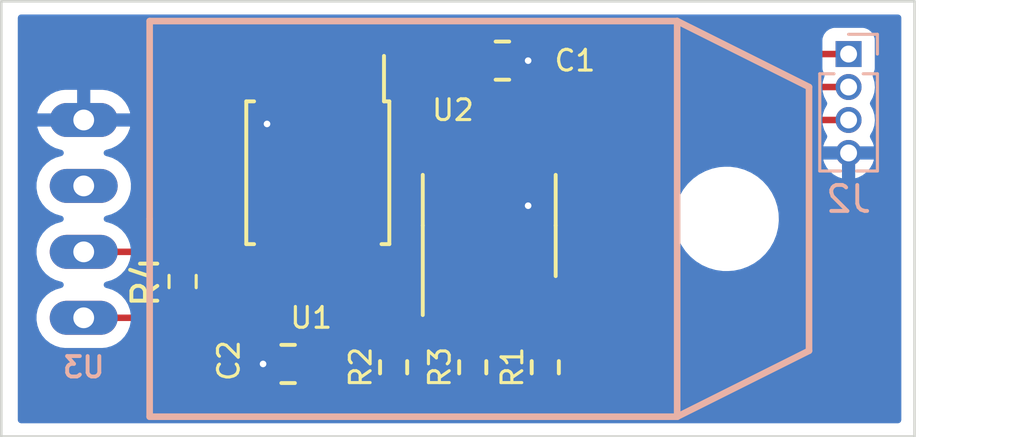
<source format=kicad_pcb>
(kicad_pcb (version 20211014) (generator pcbnew)
  (layers (0 "F.Cu" signal) (31 "B.Cu" signal) (34 "B.Paste" user) (35 "F.Paste" user) (36 "B.SilkS" user "B.Silkscreen") (37 "F.SilkS" user "F.Silkscreen") (38 "B.Mask" user) (39 "F.Mask" user) (44 "Edge.Cuts" user))
  (net 0 "")
  (net 1 "VCC")
  (net 2 "GND")
  (net 3 "Net-(R1-Pad2)")
  (net 4 "Net-(R2-Pad2)")
  (net 5 "Net-(R3-Pad2)")
  (net 7 "Net-(U1-Pad2)")
  (net 10 "/A")
  (net 11 "/B")
  (footprint "Capacitor_SMD:C_0805_2012Metric" (layer "F.Cu") (at 110.49 98.298 180)
    (fp_text reference "C2" (at 2.286 0.127 90 unlocked) (layer "F.SilkS") (effects (font (size 0.8 0.8) (thickness 0.12))))
    (fp_text value "0.1uF")
    (fp_line (start -0.261252 0.735) (end 0.261252 0.735) (layer "F.SilkS") (width 0.15))
    (fp_line (start -0.261252 -0.735) (end 0.261252 -0.735) (layer "F.SilkS") (width 0.15))
    (pad "1" smd roundrect locked (at -0.95 0 180) (size 1 1.45) (layers "F.Cu" "F.Paste" "F.Mask") (net 1 "VCC"))
    (pad "2" smd roundrect locked (at 0.95 0 180) (size 1 1.45) (layers "F.Cu" "F.Paste" "F.Mask") (net 2 "GND"))
  )
  (footprint "Package_SO:SOIC-8W_5.3x5.3mm_P1.27mm" (layer "F.Cu") (at 111.633 90.932 -90)
    (fp_text reference "U1" (at 5.588 0.254 unlocked) (layer "F.SilkS") (effects (font (size 0.8 0.8) (thickness 0.12))))
    (fp_text value "ATtiny85V-10S")
    (fp_line (start -2.75 -2.755) (end 2.75 -2.755) (layer "F.SilkS") (width 0.15))
    (fp_line (start 2.75 -2.755) (end 2.75 -2.455) (layer "F.SilkS") (width 0.15))
    (fp_line (start -2.75 2.755) (end -2.75 2.455) (layer "F.SilkS") (width 0.15))
    (fp_line (start -2.75 2.755) (end 2.75 2.755) (layer "F.SilkS") (width 0.15))
    (fp_line (start 2.75 2.755) (end 2.75 2.455) (layer "F.SilkS") (width 0.15))
    (fp_line (start -2.75 -2.55) (end -4.5 -2.55) (layer "F.SilkS") (width 0.15))
    (fp_line (start -2.75 -2.755) (end -2.75 -2.55) (layer "F.SilkS") (width 0.15))
    (pad "1" smd rect locked (at -3.65 -1.905 270) (size 1.7 0.65) (layers "F.Cu" "F.Paste" "F.Mask"))
    (pad "2" smd rect locked (at -3.65 -0.635 270) (size 1.7 0.65) (layers "F.Cu" "F.Paste" "F.Mask") (net 7 "Net-(U1-Pad2)"))
    (pad "3" smd rect locked (at -3.65 0.635 270) (size 1.7 0.65) (layers "F.Cu" "F.Paste" "F.Mask"))
    (pad "4" smd rect locked (at -3.65 1.905 270) (size 1.7 0.65) (layers "F.Cu" "F.Paste" "F.Mask") (net 2 "GND"))
    (pad "5" smd rect locked (at 3.65 1.905 270) (size 1.7 0.65) (layers "F.Cu" "F.Paste" "F.Mask") (net 3 "Net-(R1-Pad2)"))
    (pad "6" smd rect locked (at 3.65 0.635 270) (size 1.7 0.65) (layers "F.Cu" "F.Paste" "F.Mask") (net 5 "Net-(R3-Pad2)"))
    (pad "7" smd rect locked (at 3.65 -0.635 270) (size 1.7 0.65) (layers "F.Cu" "F.Paste" "F.Mask") (net 4 "Net-(R2-Pad2)"))
    (pad "8" smd rect locked (at 3.65 -1.905 270) (size 1.7 0.65) (layers "F.Cu" "F.Paste" "F.Mask") (net 1 "VCC"))
  )
  (footprint "Resistor_SMD:R_0603_1608Metric" (layer "F.Cu") (at 120.396 98.425 90)
    (fp_text reference "R1" (at 0 -1.27 90 unlocked) (layer "F.SilkS") (effects (font (size 0.8 0.8) (thickness 0.12))))
    (fp_text value "10K")
    (fp_line (start -0.237258 -0.5225) (end 0.237258 -0.5225) (layer "F.SilkS") (width 0.15))
    (fp_line (start -0.237258 0.5225) (end 0.237258 0.5225) (layer "F.SilkS") (width 0.15))
    (pad "1" smd roundrect locked (at -0.825 0 90) (size 0.8 0.95) (layers "F.Cu" "F.Paste" "F.Mask") (net 1 "VCC"))
    (pad "2" smd roundrect locked (at 0.825 0 90) (size 0.8 0.95) (layers "F.Cu" "F.Paste" "F.Mask") (net 3 "Net-(R1-Pad2)"))
  )
  (footprint "Capacitor_SMD:C_0805_2012Metric" (layer "F.Cu") (at 118.745 86.614)
    (fp_text reference "C1" (at 2.794 0 unlocked) (layer "F.SilkS") (effects (font (size 0.8 0.8) (thickness 0.12))))
    (fp_text value "0.1uF")
    (fp_line (start -0.261252 0.735) (end 0.261252 0.735) (layer "F.SilkS") (width 0.15))
    (fp_line (start -0.261252 -0.735) (end 0.261252 -0.735) (layer "F.SilkS") (width 0.15))
    (pad "1" smd roundrect locked (at -0.95 0) (size 1 1.45) (layers "F.Cu" "F.Paste" "F.Mask") (net 1 "VCC"))
    (pad "2" smd roundrect locked (at 0.95 0) (size 1 1.45) (layers "F.Cu" "F.Paste" "F.Mask") (net 2 "GND"))
  )
  (footprint "Package_SO:SOIC-8_3.9x4.9mm_P1.27mm" (layer "F.Cu") (at 118.237 92.964 90)
    (fp_text reference "U2" (at 4.445 -1.397 unlocked) (layer "F.SilkS") (effects (font (size 0.8 0.8) (thickness 0.12))))
    (fp_text value "MAX485E")
    (fp_line (start 0 2.56) (end 1.95 2.56) (layer "F.SilkS") (width 0.15))
    (fp_line (start 0 -2.56) (end -3.45 -2.56) (layer "F.SilkS") (width 0.15))
    (fp_line (start 0 -2.56) (end 1.95 -2.56) (layer "F.SilkS") (width 0.15))
    (fp_line (start 0 2.56) (end -1.95 2.56) (layer "F.SilkS") (width 0.15))
    (pad "1" smd roundrect locked (at -2.475 -1.905 90) (size 1.95 0.6) (layers "F.Cu" "F.Paste" "F.Mask") (net 4 "Net-(R2-Pad2)"))
    (pad "2" smd roundrect locked (at -2.475 -0.635 90) (size 1.95 0.6) (layers "F.Cu" "F.Paste" "F.Mask") (net 5 "Net-(R3-Pad2)"))
    (pad "3" smd roundrect locked (at -2.475 0.635 90) (size 1.95 0.6) (layers "F.Cu" "F.Paste" "F.Mask") (net 5 "Net-(R3-Pad2)"))
    (pad "4" smd roundrect locked (at -2.475 1.905 90) (size 1.95 0.6) (layers "F.Cu" "F.Paste" "F.Mask") (net 3 "Net-(R1-Pad2)"))
    (pad "5" smd roundrect locked (at 2.475 1.905 90) (size 1.95 0.6) (layers "F.Cu" "F.Paste" "F.Mask") (net 2 "GND"))
    (pad "6" smd roundrect locked (at 2.475 0.635 90) (size 1.95 0.6) (layers "F.Cu" "F.Paste" "F.Mask") (net 10 "/A"))
    (pad "7" smd roundrect locked (at 2.475 -0.635 90) (size 1.95 0.6) (layers "F.Cu" "F.Paste" "F.Mask") (net 11 "/B"))
    (pad "8" smd roundrect locked (at 2.475 -1.905 90) (size 1.95 0.6) (layers "F.Cu" "F.Paste" "F.Mask") (net 1 "VCC"))
  )
  (footprint "Resistor_SMD:R_0603_1608Metric" (layer "F.Cu") (at 114.554 98.425 90)
    (fp_text reference "R2" (at 0 -1.27 90 unlocked) (layer "F.SilkS") (effects (font (size 0.8 0.8) (thickness 0.12))))
    (fp_text value "10K")
    (fp_line (start -0.237258 -0.5225) (end 0.237258 -0.5225) (layer "F.SilkS") (width 0.15))
    (fp_line (start -0.237258 0.5225) (end 0.237258 0.5225) (layer "F.SilkS") (width 0.15))
    (pad "1" smd roundrect locked (at -0.825 0 90) (size 0.8 0.95) (layers "F.Cu" "F.Paste" "F.Mask") (net 1 "VCC"))
    (pad "2" smd roundrect locked (at 0.825 0 90) (size 0.8 0.95) (layers "F.Cu" "F.Paste" "F.Mask") (net 4 "Net-(R2-Pad2)"))
  )
  (footprint "Resistor_SMD:R_0603_1608Metric" (layer "F.Cu") (at 117.602 98.425 90)
    (fp_text reference "R3" (at 0 -1.27 90 unlocked) (layer "F.SilkS") (effects (font (size 0.8 0.8) (thickness 0.12))))
    (fp_text value "10K")
    (fp_line (start -0.237258 -0.5225) (end 0.237258 -0.5225) (layer "F.SilkS") (width 0.15))
    (fp_line (start -0.237258 0.5225) (end 0.237258 0.5225) (layer "F.SilkS") (width 0.15))
    (pad "1" smd roundrect locked (at -0.825 0 90) (size 0.8 0.95) (layers "F.Cu" "F.Paste" "F.Mask") (net 1 "VCC"))
    (pad "2" smd roundrect locked (at 0.825 0 90) (size 0.8 0.95) (layers "F.Cu" "F.Paste" "F.Mask") (net 5 "Net-(R3-Pad2)"))
  )
  (footprint "Resistor_SMD:R_0603_1608Metric" (layer "F.Cu") (at 106.426 95.123 90)
    (fp_text reference "R4" (at 0 -1.43 90) (layer "F.SilkS"))
    (fp_text value "10K")
    (fp_line (start -0.237258 -0.5225) (end 0.237258 -0.5225) (layer "F.SilkS") (width 0.12))
    (fp_line (start -0.237258 0.5225) (end 0.237258 0.5225) (layer "F.SilkS") (width 0.12))
    (pad "1" smd roundrect locked (at -0.825 0 90) (size 0.8 0.95) (layers "F.Cu" "F.Paste" "F.Mask") (net 1 "VCC"))
    (pad "2" smd roundrect locked (at 0.825 0 90) (size 0.8 0.95) (layers "F.Cu" "F.Paste" "F.Mask") (net 7 "Net-(U1-Pad2)"))
  )
  (footprint "Connector_PinHeader_1.27mm:PinHeader_1x04_P1.27mm_Vertical" (layer "B.Cu") (at 132.08 86.36 180)
    (fp_text reference "J2" (at 0 -5.588) (layer "B.SilkS") (effects (justify mirror)))
    (fp_text value "Conn_01x04_Male")
    (fp_line (start 0.30753 -4.505) (end 1.11 -4.505) (layer "B.SilkS") (width 0.12))
    (fp_line (start -1.11 -0.76) (end -0.563471 -0.76) (layer "B.SilkS") (width 0.12))
    (fp_line (start -1.11 -0.76) (end -1.11 -4.505) (layer "B.SilkS") (width 0.12))
    (fp_line (start -1.11 -4.505) (end -0.30753 -4.505) (layer "B.SilkS") (width 0.12))
    (fp_line (start -1.11 0.76) (end 0 0.76) (layer "B.SilkS") (width 0.12))
    (fp_line (start 1.11 -0.76) (end 1.11 -4.505) (layer "B.SilkS") (width 0.12))
    (fp_line (start 0.563471 -0.76) (end 1.11 -0.76) (layer "B.SilkS") (width 0.12))
    (fp_line (start -1.11 0) (end -1.11 0.76) (layer "B.SilkS") (width 0.12))
    (pad "1" thru_hole rect locked (at 0 0 180) (size 1 1) (drill 0.65) (layers *.Cu *.Mask) (net 1 "VCC"))
    (pad "2" thru_hole oval locked (at 0 -1.27 180) (size 1 1) (drill 0.65) (layers *.Cu *.Mask) (net 11 "/B"))
    (pad "3" thru_hole oval locked (at 0 -2.54 180) (size 1 1) (drill 0.65) (layers *.Cu *.Mask) (net 10 "/A"))
    (pad "4" thru_hole oval locked (at 0 -3.81 180) (size 1 1) (drill 0.65) (layers *.Cu *.Mask) (net 2 "GND"))
  )
  (footprint "DHT22:DHT22" (layer "B.Cu") (at 102.616 92.71 90)
    (fp_text reference "U3" (at -5.715 0) (layer "B.SilkS") (effects (font (size 0.787402 0.787402)) (justify mirror)))
    (fp_text value "DHT22")
    (fp_line (start -5.08 27.94) (end 5.08 27.94) (layer "B.SilkS") (width 0.254))
    (fp_line (start -7.62 2.54) (end -7.62 22.86) (layer "B.SilkS") (width 0.254))
    (fp_line (start 5.08 27.94) (end 7.62 22.86) (layer "B.SilkS") (width 0.254))
    (fp_line (start -7.62 22.86) (end -5.08 27.94) (layer "B.SilkS") (width 0.254))
    (fp_line (start 0 2.54) (end -7.62 2.54) (layer "B.SilkS") (width 0.254))
    (fp_line (start -7.62 22.86) (end 7.62 22.86) (layer "B.SilkS") (width 0.254))
    (fp_line (start 7.62 2.54) (end 7.62 22.86) (layer "B.SilkS") (width 0.254))
    (fp_line (start 7.62 2.54) (end 0 2.54) (layer "B.SilkS") (width 0.254))
    (pad "" np_thru_hole circle locked (at 0 24.765 90) (size 3 3) (drill 3) (layers *.Cu *.Mask))
    (pad "DATA" thru_hole oval locked (at -1.27 0 90) (size 1.308 2.616) (drill 0.8) (layers *.Cu *.Mask) (net 7 "Net-(U1-Pad2)"))
    (pad "GND" thru_hole oval locked (at 3.81 0 90) (size 1.308 2.616) (drill 0.8) (layers *.Cu *.Mask) (net 2 "GND"))
    (pad "NC" thru_hole oval locked (at 1.27 0 90) (size 1.308 2.616) (drill 0.8) (layers *.Cu *.Mask))
    (pad "VDD" thru_hole oval locked (at -3.81 0 90) (size 1.308 2.616) (drill 0.8) (layers *.Cu *.Mask) (net 1 "VCC"))
  )
  (gr_rect (start 99.441 84.328) (end 134.62 101.092) (layer "Edge.Cuts") (width 0.1) (fill none))
  (gr_text "v0.1.0" (at 132.334 96.647 90) (layer "F.Cu") (effects (font (size 1.5 1.5) (thickness 0.3))))
  (segment (start 106.426 95.948) (end 106.616 95.758) (width 0.25) (layer "F.Cu") (net 1))
  (segment (start 105.854 96.52) (end 106.426 95.948) (width 0.25) (layer "F.Cu") (net 1))
  (segment (start 114.762071 92.058929) (end 110.427049 92.058929) (width 0.25) (layer "F.Cu") (net 1))
  (segment (start 110.427049 92.058929) (end 108.966 93.519978) (width 0.25) (layer "F.Cu") (net 1))
  (segment (start 109.601 96.393) (end 110.49 96.393) (width 0.25) (layer "F.Cu") (net 1))
  (segment (start 117.795 86.614) (end 116.332 88.077) (width 0.25) (layer "F.Cu") (net 1))
  (segment (start 112.392 99.25) (end 111.44 98.298) (width 0.25) (layer "F.Cu") (net 1))
  (segment (start 114.554 99.25) (end 117.602 99.25) (width 0.25) (layer "F.Cu") (net 1))
  (segment (start 108.966 95.758) (end 109.601 96.393) (width 0.25) (layer "F.Cu") (net 1))
  (segment (start 132.08 86.36) (end 130.994763 86.36) (width 0.25) (layer "F.Cu") (net 1))
  (segment (start 113.538 94.582) (end 113.538 95.107) (width 0.25) (layer "F.Cu") (net 1))
  (segment (start 114.554 99.25) (end 112.392 99.25) (width 0.25) (layer "F.Cu") (net 1))
  (segment (start 111.44 97.343) (end 111.44 98.298) (width 0.25) (layer "F.Cu") (net 1))
  (segment (start 116.332 90.489) (end 114.762071 92.058929) (width 0.25) (layer "F.Cu") (net 1))
  (segment (start 129.353802 88.00096) (end 119.18196 88.00096) (width 0.25) (layer "F.Cu") (net 1))
  (segment (start 108.966 93.519978) (end 108.966 95.758) (width 0.25) (layer "F.Cu") (net 1))
  (segment (start 120.396 99.25) (end 117.602 99.25) (width 0.25) (layer "F.Cu") (net 1))
  (segment (start 105.854 96.52) (end 102.616 96.52) (width 0.25) (layer "F.Cu") (net 1))
  (segment (start 130.994763 86.36) (end 129.353802 88.00096) (width 0.25) (layer "F.Cu") (net 1))
  (segment (start 119.18196 88.00096) (end 117.795 86.614) (width 0.25) (layer "F.Cu") (net 1))
  (segment (start 106.616 95.758) (end 108.966 95.758) (width 0.25) (layer "F.Cu") (net 1))
  (segment (start 116.332 88.077) (end 116.332 90.489) (width 0.25) (layer "F.Cu") (net 1))
  (segment (start 110.49 96.393) (end 111.44 97.343) (width 0.25) (layer "F.Cu") (net 1))
  (segment (start 113.538 95.136022) (end 113.538 94.582) (width 0.25) (layer "F.Cu") (net 1))
  (segment (start 109.728 89.0016) (end 109.6772 89.0524) (width 0.25) (layer "F.Cu") (net 2))
  (segment (start 120.142 91.7956) (end 119.7356 92.202) (width 0.25) (layer "F.Cu") (net 2))
  (segment (start 120.142 90.489) (end 120.142 91.7956) (width 0.25) (layer "F.Cu") (net 2))
  (segment (start 109.728 87.282) (end 109.728 89.0016) (width 0.25) (layer "F.Cu") (net 2))
  (via (at 119.7356 86.614) (size 0.508) (drill 0.254) (layers "F.Cu" "B.Cu") (net 2))
  (via (at 109.6772 89.0524) (size 0.508) (drill 0.254) (layers "F.Cu" "B.Cu") (net 2))
  (via (at 119.7356 92.202) (size 0.508) (drill 0.254) (layers "F.Cu" "B.Cu") (net 2))
  (via (at 109.5248 98.298) (size 0.508) (drill 0.254) (layers "F.Cu" "B.Cu") (net 2))
  (segment (start 117.587521 92.508449) (end 120.142 95.062928) (width 0.25) (layer "F.Cu") (net 3))
  (segment (start 109.728 94.057) (end 111.276551 92.508449) (width 0.25) (layer "F.Cu") (net 3))
  (segment (start 120.142 97.346) (end 120.396 97.6) (width 0.25) (layer "F.Cu") (net 3))
  (segment (start 120.142 95.062928) (end 120.142 95.439) (width 0.25) (layer "F.Cu") (net 3))
  (segment (start 120.142 95.439) (end 120.142 97.346) (width 0.25) (layer "F.Cu") (net 3))
  (segment (start 109.728 94.582) (end 109.728 94.057) (width 0.25) (layer "F.Cu") (net 3))
  (segment (start 111.276551 92.508449) (end 117.587521 92.508449) (width 0.25) (layer "F.Cu") (net 3))
  (segment (start 116.332 95.822) (end 114.554 97.6) (width 0.25) (layer "F.Cu") (net 4))
  (segment (start 112.268 94.057) (end 112.917511 93.407489) (width 0.25) (layer "F.Cu") (net 4))
  (segment (start 112.917511 93.407489) (end 114.300489 93.407489) (width 0.25) (layer "F.Cu") (net 4))
  (segment (start 114.300489 93.407489) (end 116.332 95.439) (width 0.25) (layer "F.Cu") (net 4))
  (segment (start 112.268 94.582) (end 112.268 94.057) (width 0.25) (layer "F.Cu") (net 4))
  (segment (start 116.332 95.439) (end 116.332 95.822) (width 0.25) (layer "F.Cu") (net 4))
  (segment (start 110.998 94.582) (end 110.998 94.057) (width 0.25) (layer "F.Cu") (net 5))
  (segment (start 112.097031 92.957969) (end 115.563969 92.957969) (width 0.25) (layer "F.Cu") (net 5))
  (segment (start 110.998 94.057) (end 112.097031 92.957969) (width 0.25) (layer "F.Cu") (net 5))
  (segment (start 118.872 95.439) (end 117.602 95.439) (width 0.25) (layer "F.Cu") (net 5))
  (segment (start 117.602 94.996) (end 117.602 95.439) (width 0.25) (layer "F.Cu") (net 5))
  (segment (start 117.602 95.439) (end 117.602 97.6) (width 0.25) (layer "F.Cu") (net 5))
  (segment (start 115.563969 92.957969) (end 117.602 94.996) (width 0.25) (layer "F.Cu") (net 5))
  (segment (start 112.268 88.456) (end 106.426 94.298) (width 0.25) (layer "F.Cu") (net 7))
  (segment (start 106.108 93.98) (end 102.616 93.98) (width 0.25) (layer "F.Cu") (net 7))
  (segment (start 112.268 87.282) (end 112.268 88.456) (width 0.25) (layer "F.Cu") (net 7))
  (segment (start 106.426 94.298) (end 106.108 93.98) (width 0.25) (layer "F.Cu") (net 7))
  (segment (start 120.084928 88.9) (end 132.08 88.9) (width 0.25) (layer "F.Cu") (net 10))
  (segment (start 118.872 90.489) (end 118.872 90.112928) (width 0.25) (layer "F.Cu") (net 10))
  (segment (start 118.872 90.112928) (end 120.084928 88.9) (width 0.25) (layer "F.Cu") (net 10))
  (segment (start 129.54 88.45048) (end 124.46 88.45048) (width 0.25) (layer "F.Cu") (net 11))
  (segment (start 119.264448 88.45048) (end 124.46 88.45048) (width 0.25) (layer "F.Cu") (net 11))
  (segment (start 132.08 87.63) (end 130.36048 87.63) (width 0.25) (layer "F.Cu") (net 11))
  (segment (start 130.36048 87.63) (end 129.54 88.45048) (width 0.25) (layer "F.Cu") (net 11))
  (segment (start 117.602 90.489) (end 117.602 90.112928) (width 0.25) (layer "F.Cu") (net 11))
  (segment (start 117.602 90.112928) (end 119.264448 88.45048) (width 0.25) (layer "F.Cu") (net 11))
  (zone (net 2) (net_name "GND") (layer "B.Cu") (connect_pads (clearance 0.508)) (min_thickness 0.254) (fill yes (thermal_gap 0.508) (thermal_bridge_width 0.508))
    (polygon (pts (xy 134.112 100.584) (xy 100.076 100.584) (xy 100.076 84.836) (xy 134.112 84.836)))
  )
)
</source>
